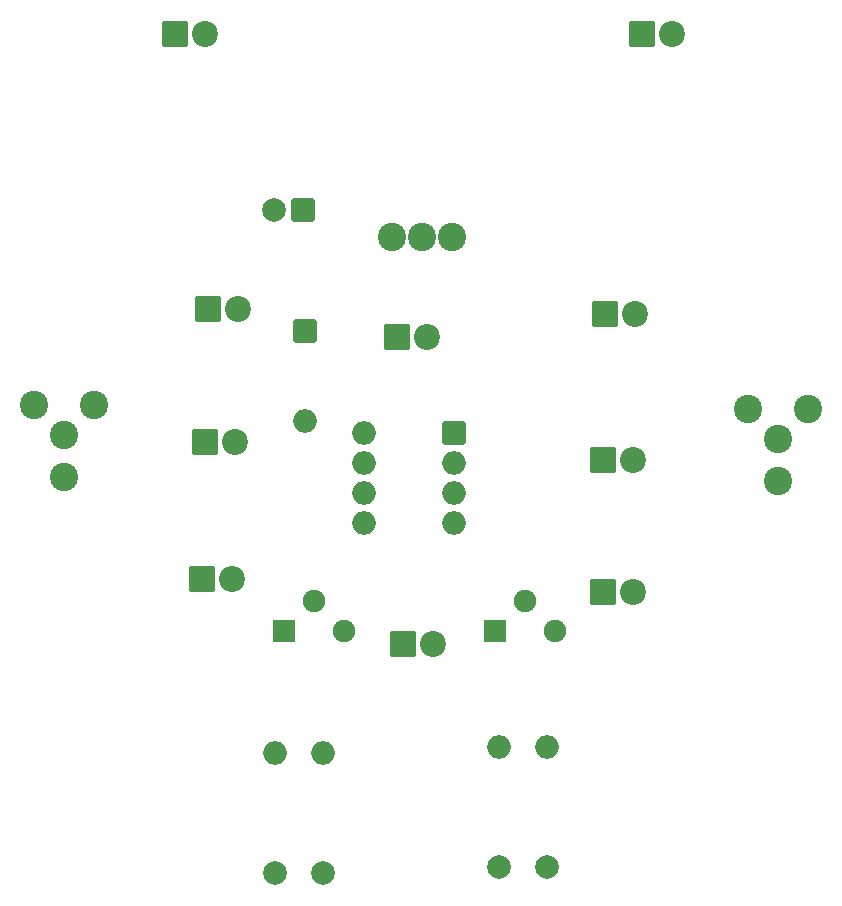
<source format=gbr>
%TF.GenerationSoftware,KiCad,Pcbnew,8.0.1*%
%TF.CreationDate,2024-04-02T10:46:19+02:00*%
%TF.ProjectId,ROBO_III,524f424f-5f49-4494-992e-6b696361645f,rev?*%
%TF.SameCoordinates,Original*%
%TF.FileFunction,Soldermask,Top*%
%TF.FilePolarity,Negative*%
%FSLAX46Y46*%
G04 Gerber Fmt 4.6, Leading zero omitted, Abs format (unit mm)*
G04 Created by KiCad (PCBNEW 8.0.1) date 2024-04-02 10:46:19*
%MOMM*%
%LPD*%
G01*
G04 APERTURE LIST*
G04 Aperture macros list*
%AMRoundRect*
0 Rectangle with rounded corners*
0 $1 Rounding radius*
0 $2 $3 $4 $5 $6 $7 $8 $9 X,Y pos of 4 corners*
0 Add a 4 corners polygon primitive as box body*
4,1,4,$2,$3,$4,$5,$6,$7,$8,$9,$2,$3,0*
0 Add four circle primitives for the rounded corners*
1,1,$1+$1,$2,$3*
1,1,$1+$1,$4,$5*
1,1,$1+$1,$6,$7*
1,1,$1+$1,$8,$9*
0 Add four rect primitives between the rounded corners*
20,1,$1+$1,$2,$3,$4,$5,0*
20,1,$1+$1,$4,$5,$6,$7,0*
20,1,$1+$1,$6,$7,$8,$9,0*
20,1,$1+$1,$8,$9,$2,$3,0*%
G04 Aperture macros list end*
%ADD10RoundRect,0.200000X-0.900000X-0.900000X0.900000X-0.900000X0.900000X0.900000X-0.900000X0.900000X0*%
%ADD11C,2.200000*%
%ADD12RoundRect,0.200000X-0.750000X-0.750000X0.750000X-0.750000X0.750000X0.750000X-0.750000X0.750000X0*%
%ADD13C,1.900000*%
%ADD14C,2.000000*%
%ADD15O,2.000000X2.000000*%
%ADD16RoundRect,0.200000X0.800000X0.800000X-0.800000X0.800000X-0.800000X-0.800000X0.800000X-0.800000X0*%
%ADD17C,2.400000*%
%ADD18RoundRect,0.200000X-0.800000X0.800000X-0.800000X-0.800000X0.800000X-0.800000X0.800000X0.800000X0*%
G04 APERTURE END LIST*
D10*
%TO.C,D11*%
X88892500Y-34392500D03*
D11*
X91432500Y-34392500D03*
%TD*%
D10*
%TO.C,D8*%
X51592500Y-80567500D03*
D11*
X54132500Y-80567500D03*
%TD*%
D10*
%TO.C,D2*%
X68077500Y-60042500D03*
D11*
X70617500Y-60042500D03*
%TD*%
D12*
%TO.C,T2*%
X58527500Y-84907500D03*
D13*
X61067500Y-82367500D03*
X63607500Y-84907500D03*
%TD*%
D10*
%TO.C,D4*%
X85767500Y-58142500D03*
D11*
X88307500Y-58142500D03*
%TD*%
D10*
%TO.C,D1*%
X52127500Y-57667500D03*
D11*
X54667500Y-57667500D03*
%TD*%
D10*
%TO.C,D5*%
X85542500Y-70492500D03*
D11*
X88082500Y-70492500D03*
%TD*%
D10*
%TO.C,D9*%
X51842500Y-68942500D03*
D11*
X54382500Y-68942500D03*
%TD*%
D12*
%TO.C,T1*%
X76452500Y-84982500D03*
D13*
X78992500Y-82442500D03*
X81532500Y-84982500D03*
%TD*%
D10*
%TO.C,D6*%
X85542500Y-81642500D03*
D11*
X88082500Y-81642500D03*
%TD*%
D10*
%TO.C,D7*%
X68592500Y-86017500D03*
D11*
X71132500Y-86017500D03*
%TD*%
D10*
%TO.C,D10*%
X49317500Y-34392500D03*
D11*
X51857500Y-34392500D03*
%TD*%
D14*
%TO.C,R3*%
X61817500Y-105402500D03*
D15*
X61817500Y-95242500D03*
%TD*%
D16*
%TO.C,C1*%
X60192500Y-49292500D03*
D14*
X57692500Y-49292500D03*
%TD*%
D17*
%TO.C,P1*%
X102897500Y-66142500D03*
X97817500Y-66142500D03*
X100357500Y-72238500D03*
X100357500Y-68682500D03*
%TD*%
%TO.C,S1*%
X67667500Y-51617500D03*
X70207500Y-51617500D03*
X72747500Y-51617500D03*
%TD*%
D14*
%TO.C,R5*%
X80792500Y-104952500D03*
D15*
X80792500Y-94792500D03*
%TD*%
D14*
%TO.C,R6*%
X76742500Y-104952500D03*
D15*
X76742500Y-94792500D03*
%TD*%
D14*
%TO.C,R4*%
X57767500Y-105402500D03*
D15*
X57767500Y-95242500D03*
%TD*%
D17*
%TO.C,P2*%
X42481300Y-65831700D03*
X37401300Y-65831700D03*
X39941300Y-71927700D03*
X39941300Y-68371700D03*
%TD*%
D18*
%TO.C,D3*%
X60292500Y-59547500D03*
D15*
X60292500Y-67167500D03*
%TD*%
D16*
%TO.C,U1*%
X72962500Y-68162500D03*
D15*
X72962500Y-70702500D03*
X72962500Y-73242500D03*
X72962500Y-75782500D03*
X65342500Y-75782500D03*
X65342500Y-73242500D03*
X65342500Y-70702500D03*
X65342500Y-68162500D03*
%TD*%
M02*

</source>
